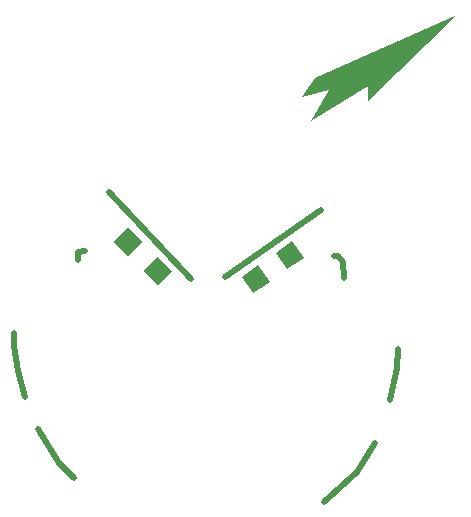
<source format=gts>
G04 DipTrace 2.3.1.0*
%INgengar.GTS*%
%MOIN*%
%ADD15C,0.02*%
%FSLAX44Y44*%
G04*
G70*
G90*
G75*
G01*
%LNTopMask*%
%LPD*%
G36*
X14648Y13980D2*
X15197Y14365D1*
X15582Y13816D1*
X15032Y13431D1*
X14648Y13980D1*
G37*
G36*
X15777Y14771D2*
X16326Y15155D1*
X16710Y14606D1*
X16161Y14221D1*
X15777Y14771D1*
G37*
G36*
X10865Y15622D2*
X11339Y15148D1*
X10865Y14674D1*
X10391Y15148D1*
X10865Y15622D1*
G37*
G36*
X11839Y14648D2*
X12313Y14174D1*
X11839Y13699D1*
X11365Y14174D1*
X11839Y14648D1*
G37*
X12959Y13887D2*
D15*
X10209Y16805D1*
X14105Y13963D2*
X17276Y16207D1*
X9433Y14841D2*
X9187Y14813D1*
X9201Y14547D1*
X17730Y14662D2*
X17861Y14657D1*
X18037Y14473D1*
X18047Y13947D1*
G36*
X21817Y22707D2*
X17095Y20604D1*
X16639Y19969D1*
X17551Y20207D1*
X16956Y19176D1*
X18841Y20326D1*
Y19830D1*
X21817Y22707D1*
G37*
X7069Y12105D2*
D15*
X7063Y11658D1*
X7174Y10822D1*
X7433Y9952D1*
X7854Y8900D2*
X8549Y7777D1*
X9054Y7258D1*
X19597Y9854D2*
X19836Y10941D1*
X19864Y11558D1*
X17395Y6479D2*
X18489Y7461D1*
X19078Y8444D1*
M02*

</source>
